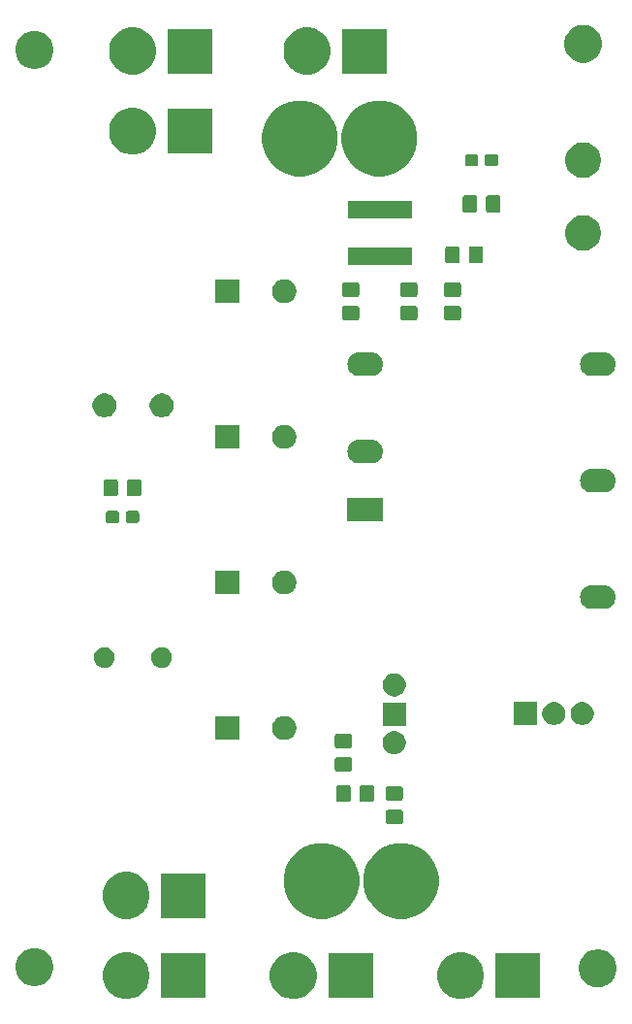
<source format=gbr>
G04 #@! TF.GenerationSoftware,KiCad,Pcbnew,(5.1.0-0)*
G04 #@! TF.CreationDate,2019-04-24T02:20:35-07:00*
G04 #@! TF.ProjectId,power board,706f7765-7220-4626-9f61-72642e6b6963,rev?*
G04 #@! TF.SameCoordinates,Original*
G04 #@! TF.FileFunction,Soldermask,Top*
G04 #@! TF.FilePolarity,Negative*
%FSLAX46Y46*%
G04 Gerber Fmt 4.6, Leading zero omitted, Abs format (unit mm)*
G04 Created by KiCad (PCBNEW (5.1.0-0)) date 2019-04-24 02:20:35*
%MOMM*%
%LPD*%
G04 APERTURE LIST*
%ADD10C,0.100000*%
G04 APERTURE END LIST*
D10*
G36*
X64813254Y-116772818D02*
G01*
X65186511Y-116927426D01*
X65186513Y-116927427D01*
X65381254Y-117057549D01*
X65522436Y-117151884D01*
X65808116Y-117437564D01*
X66032574Y-117773489D01*
X66187182Y-118146746D01*
X66266000Y-118542993D01*
X66266000Y-118947007D01*
X66187182Y-119343254D01*
X66032574Y-119716511D01*
X66032573Y-119716513D01*
X65808116Y-120052436D01*
X65522436Y-120338116D01*
X65186513Y-120562573D01*
X65186512Y-120562574D01*
X65186511Y-120562574D01*
X64813254Y-120717182D01*
X64417007Y-120796000D01*
X64012993Y-120796000D01*
X63616746Y-120717182D01*
X63243489Y-120562574D01*
X63243488Y-120562574D01*
X63243487Y-120562573D01*
X62907564Y-120338116D01*
X62621884Y-120052436D01*
X62397427Y-119716513D01*
X62397426Y-119716511D01*
X62242818Y-119343254D01*
X62164000Y-118947007D01*
X62164000Y-118542993D01*
X62242818Y-118146746D01*
X62397426Y-117773489D01*
X62621884Y-117437564D01*
X62907564Y-117151884D01*
X63048746Y-117057549D01*
X63243487Y-116927427D01*
X63243489Y-116927426D01*
X63616746Y-116772818D01*
X64012993Y-116694000D01*
X64417007Y-116694000D01*
X64813254Y-116772818D01*
X64813254Y-116772818D01*
G37*
G36*
X50208254Y-116772818D02*
G01*
X50581511Y-116927426D01*
X50581513Y-116927427D01*
X50776254Y-117057549D01*
X50917436Y-117151884D01*
X51203116Y-117437564D01*
X51427574Y-117773489D01*
X51582182Y-118146746D01*
X51661000Y-118542993D01*
X51661000Y-118947007D01*
X51582182Y-119343254D01*
X51427574Y-119716511D01*
X51427573Y-119716513D01*
X51203116Y-120052436D01*
X50917436Y-120338116D01*
X50581513Y-120562573D01*
X50581512Y-120562574D01*
X50581511Y-120562574D01*
X50208254Y-120717182D01*
X49812007Y-120796000D01*
X49407993Y-120796000D01*
X49011746Y-120717182D01*
X48638489Y-120562574D01*
X48638488Y-120562574D01*
X48638487Y-120562573D01*
X48302564Y-120338116D01*
X48016884Y-120052436D01*
X47792427Y-119716513D01*
X47792426Y-119716511D01*
X47637818Y-119343254D01*
X47559000Y-118947007D01*
X47559000Y-118542993D01*
X47637818Y-118146746D01*
X47792426Y-117773489D01*
X48016884Y-117437564D01*
X48302564Y-117151884D01*
X48443746Y-117057549D01*
X48638487Y-116927427D01*
X48638489Y-116927426D01*
X49011746Y-116772818D01*
X49407993Y-116694000D01*
X49812007Y-116694000D01*
X50208254Y-116772818D01*
X50208254Y-116772818D01*
G37*
G36*
X35603254Y-116772818D02*
G01*
X35976511Y-116927426D01*
X35976513Y-116927427D01*
X36171254Y-117057549D01*
X36312436Y-117151884D01*
X36598116Y-117437564D01*
X36822574Y-117773489D01*
X36977182Y-118146746D01*
X37056000Y-118542993D01*
X37056000Y-118947007D01*
X36977182Y-119343254D01*
X36822574Y-119716511D01*
X36822573Y-119716513D01*
X36598116Y-120052436D01*
X36312436Y-120338116D01*
X35976513Y-120562573D01*
X35976512Y-120562574D01*
X35976511Y-120562574D01*
X35603254Y-120717182D01*
X35207007Y-120796000D01*
X34802993Y-120796000D01*
X34406746Y-120717182D01*
X34033489Y-120562574D01*
X34033488Y-120562574D01*
X34033487Y-120562573D01*
X33697564Y-120338116D01*
X33411884Y-120052436D01*
X33187427Y-119716513D01*
X33187426Y-119716511D01*
X33032818Y-119343254D01*
X32954000Y-118947007D01*
X32954000Y-118542993D01*
X33032818Y-118146746D01*
X33187426Y-117773489D01*
X33411884Y-117437564D01*
X33697564Y-117151884D01*
X33838746Y-117057549D01*
X34033487Y-116927427D01*
X34033489Y-116927426D01*
X34406746Y-116772818D01*
X34802993Y-116694000D01*
X35207007Y-116694000D01*
X35603254Y-116772818D01*
X35603254Y-116772818D01*
G37*
G36*
X71166000Y-120696000D02*
G01*
X67264000Y-120696000D01*
X67264000Y-116794000D01*
X71166000Y-116794000D01*
X71166000Y-120696000D01*
X71166000Y-120696000D01*
G37*
G36*
X56561000Y-120696000D02*
G01*
X52659000Y-120696000D01*
X52659000Y-116794000D01*
X56561000Y-116794000D01*
X56561000Y-120696000D01*
X56561000Y-120696000D01*
G37*
G36*
X41956000Y-120696000D02*
G01*
X38054000Y-120696000D01*
X38054000Y-116794000D01*
X41956000Y-116794000D01*
X41956000Y-120696000D01*
X41956000Y-120696000D01*
G37*
G36*
X76575256Y-116501298D02*
G01*
X76681579Y-116522447D01*
X76982042Y-116646903D01*
X77252451Y-116827585D01*
X77482415Y-117057549D01*
X77663097Y-117327958D01*
X77787553Y-117628421D01*
X77851000Y-117947391D01*
X77851000Y-118272609D01*
X77787553Y-118591579D01*
X77663097Y-118892042D01*
X77482415Y-119162451D01*
X77252451Y-119392415D01*
X76982042Y-119573097D01*
X76681579Y-119697553D01*
X76575256Y-119718702D01*
X76362611Y-119761000D01*
X76037389Y-119761000D01*
X75824744Y-119718702D01*
X75718421Y-119697553D01*
X75417958Y-119573097D01*
X75147549Y-119392415D01*
X74917585Y-119162451D01*
X74736903Y-118892042D01*
X74612447Y-118591579D01*
X74549000Y-118272609D01*
X74549000Y-117947391D01*
X74612447Y-117628421D01*
X74736903Y-117327958D01*
X74917585Y-117057549D01*
X75147549Y-116827585D01*
X75417958Y-116646903D01*
X75718421Y-116522447D01*
X75824744Y-116501298D01*
X76037389Y-116459000D01*
X76362611Y-116459000D01*
X76575256Y-116501298D01*
X76575256Y-116501298D01*
G37*
G36*
X27375256Y-116391298D02*
G01*
X27481579Y-116412447D01*
X27782042Y-116536903D01*
X28052451Y-116717585D01*
X28282415Y-116947549D01*
X28463097Y-117217958D01*
X28587553Y-117518421D01*
X28651000Y-117837391D01*
X28651000Y-118162609D01*
X28587553Y-118481579D01*
X28463097Y-118782042D01*
X28282415Y-119052451D01*
X28052451Y-119282415D01*
X27782042Y-119463097D01*
X27481579Y-119587553D01*
X27375256Y-119608702D01*
X27162611Y-119651000D01*
X26837389Y-119651000D01*
X26624744Y-119608702D01*
X26518421Y-119587553D01*
X26217958Y-119463097D01*
X25947549Y-119282415D01*
X25717585Y-119052451D01*
X25536903Y-118782042D01*
X25412447Y-118481579D01*
X25349000Y-118162609D01*
X25349000Y-117837391D01*
X25412447Y-117518421D01*
X25536903Y-117217958D01*
X25717585Y-116947549D01*
X25947549Y-116717585D01*
X26217958Y-116536903D01*
X26518421Y-116412447D01*
X26624744Y-116391298D01*
X26837389Y-116349000D01*
X27162611Y-116349000D01*
X27375256Y-116391298D01*
X27375256Y-116391298D01*
G37*
G36*
X35603254Y-109787818D02*
G01*
X35976511Y-109942426D01*
X35976513Y-109942427D01*
X36309435Y-110164879D01*
X36312436Y-110166884D01*
X36598116Y-110452564D01*
X36822574Y-110788489D01*
X36977182Y-111161746D01*
X37056000Y-111557993D01*
X37056000Y-111962007D01*
X36977182Y-112358254D01*
X36879423Y-112594265D01*
X36822573Y-112731513D01*
X36598116Y-113067436D01*
X36312436Y-113353116D01*
X35976513Y-113577573D01*
X35976512Y-113577574D01*
X35976511Y-113577574D01*
X35603254Y-113732182D01*
X35207007Y-113811000D01*
X34802993Y-113811000D01*
X34406746Y-113732182D01*
X34033489Y-113577574D01*
X34033488Y-113577574D01*
X34033487Y-113577573D01*
X33697564Y-113353116D01*
X33411884Y-113067436D01*
X33187427Y-112731513D01*
X33130577Y-112594265D01*
X33032818Y-112358254D01*
X32954000Y-111962007D01*
X32954000Y-111557993D01*
X33032818Y-111161746D01*
X33187426Y-110788489D01*
X33411884Y-110452564D01*
X33697564Y-110166884D01*
X33700565Y-110164879D01*
X34033487Y-109942427D01*
X34033489Y-109942426D01*
X34406746Y-109787818D01*
X34802993Y-109709000D01*
X35207007Y-109709000D01*
X35603254Y-109787818D01*
X35603254Y-109787818D01*
G37*
G36*
X59982865Y-107315855D02*
G01*
X60583608Y-107564691D01*
X60583610Y-107564692D01*
X61124265Y-107925946D01*
X61584054Y-108385735D01*
X61945308Y-108926390D01*
X61945309Y-108926392D01*
X62194145Y-109527135D01*
X62321000Y-110164879D01*
X62321000Y-110815121D01*
X62194145Y-111452865D01*
X62150599Y-111557994D01*
X61945308Y-112053610D01*
X61584054Y-112594265D01*
X61124265Y-113054054D01*
X60583610Y-113415308D01*
X60583609Y-113415309D01*
X60583608Y-113415309D01*
X59982865Y-113664145D01*
X59345121Y-113791000D01*
X58694879Y-113791000D01*
X58057135Y-113664145D01*
X57456392Y-113415309D01*
X57456391Y-113415309D01*
X57456390Y-113415308D01*
X56915735Y-113054054D01*
X56455946Y-112594265D01*
X56094692Y-112053610D01*
X55889401Y-111557994D01*
X55845855Y-111452865D01*
X55719000Y-110815121D01*
X55719000Y-110164879D01*
X55845855Y-109527135D01*
X56094691Y-108926392D01*
X56094692Y-108926390D01*
X56455946Y-108385735D01*
X56915735Y-107925946D01*
X57456390Y-107564692D01*
X57456392Y-107564691D01*
X58057135Y-107315855D01*
X58694879Y-107189000D01*
X59345121Y-107189000D01*
X59982865Y-107315855D01*
X59982865Y-107315855D01*
G37*
G36*
X53032865Y-107315855D02*
G01*
X53633608Y-107564691D01*
X53633610Y-107564692D01*
X54174265Y-107925946D01*
X54634054Y-108385735D01*
X54995308Y-108926390D01*
X54995309Y-108926392D01*
X55244145Y-109527135D01*
X55371000Y-110164879D01*
X55371000Y-110815121D01*
X55244145Y-111452865D01*
X55200599Y-111557994D01*
X54995308Y-112053610D01*
X54634054Y-112594265D01*
X54174265Y-113054054D01*
X53633610Y-113415308D01*
X53633609Y-113415309D01*
X53633608Y-113415309D01*
X53032865Y-113664145D01*
X52395121Y-113791000D01*
X51744879Y-113791000D01*
X51107135Y-113664145D01*
X50506392Y-113415309D01*
X50506391Y-113415309D01*
X50506390Y-113415308D01*
X49965735Y-113054054D01*
X49505946Y-112594265D01*
X49144692Y-112053610D01*
X48939401Y-111557994D01*
X48895855Y-111452865D01*
X48769000Y-110815121D01*
X48769000Y-110164879D01*
X48895855Y-109527135D01*
X49144691Y-108926392D01*
X49144692Y-108926390D01*
X49505946Y-108385735D01*
X49965735Y-107925946D01*
X50506390Y-107564692D01*
X50506392Y-107564691D01*
X51107135Y-107315855D01*
X51744879Y-107189000D01*
X52395121Y-107189000D01*
X53032865Y-107315855D01*
X53032865Y-107315855D01*
G37*
G36*
X41956000Y-113711000D02*
G01*
X38054000Y-113711000D01*
X38054000Y-109809000D01*
X41956000Y-109809000D01*
X41956000Y-113711000D01*
X41956000Y-113711000D01*
G37*
G36*
X59008674Y-104298465D02*
G01*
X59046367Y-104309899D01*
X59081103Y-104328466D01*
X59111548Y-104353452D01*
X59136534Y-104383897D01*
X59155101Y-104418633D01*
X59166535Y-104456326D01*
X59171000Y-104501661D01*
X59171000Y-105338339D01*
X59166535Y-105383674D01*
X59155101Y-105421367D01*
X59136534Y-105456103D01*
X59111548Y-105486548D01*
X59081103Y-105511534D01*
X59046367Y-105530101D01*
X59008674Y-105541535D01*
X58963339Y-105546000D01*
X57876661Y-105546000D01*
X57831326Y-105541535D01*
X57793633Y-105530101D01*
X57758897Y-105511534D01*
X57728452Y-105486548D01*
X57703466Y-105456103D01*
X57684899Y-105421367D01*
X57673465Y-105383674D01*
X57669000Y-105338339D01*
X57669000Y-104501661D01*
X57673465Y-104456326D01*
X57684899Y-104418633D01*
X57703466Y-104383897D01*
X57728452Y-104353452D01*
X57758897Y-104328466D01*
X57793633Y-104309899D01*
X57831326Y-104298465D01*
X57876661Y-104294000D01*
X58963339Y-104294000D01*
X59008674Y-104298465D01*
X59008674Y-104298465D01*
G37*
G36*
X56488674Y-102123465D02*
G01*
X56526367Y-102134899D01*
X56561103Y-102153466D01*
X56591548Y-102178452D01*
X56616534Y-102208897D01*
X56635101Y-102243633D01*
X56646535Y-102281326D01*
X56651000Y-102326661D01*
X56651000Y-103413339D01*
X56646535Y-103458674D01*
X56635101Y-103496367D01*
X56616534Y-103531103D01*
X56591548Y-103561548D01*
X56561103Y-103586534D01*
X56526367Y-103605101D01*
X56488674Y-103616535D01*
X56443339Y-103621000D01*
X55606661Y-103621000D01*
X55561326Y-103616535D01*
X55523633Y-103605101D01*
X55488897Y-103586534D01*
X55458452Y-103561548D01*
X55433466Y-103531103D01*
X55414899Y-103496367D01*
X55403465Y-103458674D01*
X55399000Y-103413339D01*
X55399000Y-102326661D01*
X55403465Y-102281326D01*
X55414899Y-102243633D01*
X55433466Y-102208897D01*
X55458452Y-102178452D01*
X55488897Y-102153466D01*
X55523633Y-102134899D01*
X55561326Y-102123465D01*
X55606661Y-102119000D01*
X56443339Y-102119000D01*
X56488674Y-102123465D01*
X56488674Y-102123465D01*
G37*
G36*
X54438674Y-102123465D02*
G01*
X54476367Y-102134899D01*
X54511103Y-102153466D01*
X54541548Y-102178452D01*
X54566534Y-102208897D01*
X54585101Y-102243633D01*
X54596535Y-102281326D01*
X54601000Y-102326661D01*
X54601000Y-103413339D01*
X54596535Y-103458674D01*
X54585101Y-103496367D01*
X54566534Y-103531103D01*
X54541548Y-103561548D01*
X54511103Y-103586534D01*
X54476367Y-103605101D01*
X54438674Y-103616535D01*
X54393339Y-103621000D01*
X53556661Y-103621000D01*
X53511326Y-103616535D01*
X53473633Y-103605101D01*
X53438897Y-103586534D01*
X53408452Y-103561548D01*
X53383466Y-103531103D01*
X53364899Y-103496367D01*
X53353465Y-103458674D01*
X53349000Y-103413339D01*
X53349000Y-102326661D01*
X53353465Y-102281326D01*
X53364899Y-102243633D01*
X53383466Y-102208897D01*
X53408452Y-102178452D01*
X53438897Y-102153466D01*
X53473633Y-102134899D01*
X53511326Y-102123465D01*
X53556661Y-102119000D01*
X54393339Y-102119000D01*
X54438674Y-102123465D01*
X54438674Y-102123465D01*
G37*
G36*
X59008674Y-102248465D02*
G01*
X59046367Y-102259899D01*
X59081103Y-102278466D01*
X59111548Y-102303452D01*
X59136534Y-102333897D01*
X59155101Y-102368633D01*
X59166535Y-102406326D01*
X59171000Y-102451661D01*
X59171000Y-103288339D01*
X59166535Y-103333674D01*
X59155101Y-103371367D01*
X59136534Y-103406103D01*
X59111548Y-103436548D01*
X59081103Y-103461534D01*
X59046367Y-103480101D01*
X59008674Y-103491535D01*
X58963339Y-103496000D01*
X57876661Y-103496000D01*
X57831326Y-103491535D01*
X57793633Y-103480101D01*
X57758897Y-103461534D01*
X57728452Y-103436548D01*
X57703466Y-103406103D01*
X57684899Y-103371367D01*
X57673465Y-103333674D01*
X57669000Y-103288339D01*
X57669000Y-102451661D01*
X57673465Y-102406326D01*
X57684899Y-102368633D01*
X57703466Y-102333897D01*
X57728452Y-102303452D01*
X57758897Y-102278466D01*
X57793633Y-102259899D01*
X57831326Y-102248465D01*
X57876661Y-102244000D01*
X58963339Y-102244000D01*
X59008674Y-102248465D01*
X59008674Y-102248465D01*
G37*
G36*
X54563674Y-99708465D02*
G01*
X54601367Y-99719899D01*
X54636103Y-99738466D01*
X54666548Y-99763452D01*
X54691534Y-99793897D01*
X54710101Y-99828633D01*
X54721535Y-99866326D01*
X54726000Y-99911661D01*
X54726000Y-100748339D01*
X54721535Y-100793674D01*
X54710101Y-100831367D01*
X54691534Y-100866103D01*
X54666548Y-100896548D01*
X54636103Y-100921534D01*
X54601367Y-100940101D01*
X54563674Y-100951535D01*
X54518339Y-100956000D01*
X53431661Y-100956000D01*
X53386326Y-100951535D01*
X53348633Y-100940101D01*
X53313897Y-100921534D01*
X53283452Y-100896548D01*
X53258466Y-100866103D01*
X53239899Y-100831367D01*
X53228465Y-100793674D01*
X53224000Y-100748339D01*
X53224000Y-99911661D01*
X53228465Y-99866326D01*
X53239899Y-99828633D01*
X53258466Y-99793897D01*
X53283452Y-99763452D01*
X53313897Y-99738466D01*
X53348633Y-99719899D01*
X53386326Y-99708465D01*
X53431661Y-99704000D01*
X54518339Y-99704000D01*
X54563674Y-99708465D01*
X54563674Y-99708465D01*
G37*
G36*
X58648653Y-97444773D02*
G01*
X58713439Y-97457660D01*
X58896520Y-97533494D01*
X59061288Y-97643588D01*
X59201412Y-97783712D01*
X59311506Y-97948480D01*
X59387340Y-98131561D01*
X59426000Y-98325918D01*
X59426000Y-98524082D01*
X59387340Y-98718439D01*
X59311506Y-98901520D01*
X59201412Y-99066288D01*
X59061288Y-99206412D01*
X58896520Y-99316506D01*
X58713439Y-99392340D01*
X58648653Y-99405227D01*
X58519084Y-99431000D01*
X58320916Y-99431000D01*
X58191347Y-99405227D01*
X58126561Y-99392340D01*
X57943480Y-99316506D01*
X57778712Y-99206412D01*
X57638588Y-99066288D01*
X57528494Y-98901520D01*
X57452660Y-98718439D01*
X57414000Y-98524082D01*
X57414000Y-98325918D01*
X57452660Y-98131561D01*
X57528494Y-97948480D01*
X57638588Y-97783712D01*
X57778712Y-97643588D01*
X57943480Y-97533494D01*
X58126561Y-97457660D01*
X58191347Y-97444773D01*
X58320916Y-97419000D01*
X58519084Y-97419000D01*
X58648653Y-97444773D01*
X58648653Y-97444773D01*
G37*
G36*
X54563674Y-97658465D02*
G01*
X54601367Y-97669899D01*
X54636103Y-97688466D01*
X54666548Y-97713452D01*
X54691534Y-97743897D01*
X54710101Y-97778633D01*
X54721535Y-97816326D01*
X54726000Y-97861661D01*
X54726000Y-98698339D01*
X54721535Y-98743674D01*
X54710101Y-98781367D01*
X54691534Y-98816103D01*
X54666548Y-98846548D01*
X54636103Y-98871534D01*
X54601367Y-98890101D01*
X54563674Y-98901535D01*
X54518339Y-98906000D01*
X53431661Y-98906000D01*
X53386326Y-98901535D01*
X53348633Y-98890101D01*
X53313897Y-98871534D01*
X53283452Y-98846548D01*
X53258466Y-98816103D01*
X53239899Y-98781367D01*
X53228465Y-98743674D01*
X53224000Y-98698339D01*
X53224000Y-97861661D01*
X53228465Y-97816326D01*
X53239899Y-97778633D01*
X53258466Y-97743897D01*
X53283452Y-97713452D01*
X53313897Y-97688466D01*
X53348633Y-97669899D01*
X53386326Y-97658465D01*
X53431661Y-97654000D01*
X54518339Y-97654000D01*
X54563674Y-97658465D01*
X54563674Y-97658465D01*
G37*
G36*
X44866000Y-98206000D02*
G01*
X42764000Y-98206000D01*
X42764000Y-96104000D01*
X44866000Y-96104000D01*
X44866000Y-98206000D01*
X44866000Y-98206000D01*
G37*
G36*
X49121564Y-96144389D02*
G01*
X49312833Y-96223615D01*
X49312835Y-96223616D01*
X49484973Y-96338635D01*
X49631365Y-96485027D01*
X49746385Y-96657167D01*
X49825611Y-96848436D01*
X49866000Y-97051484D01*
X49866000Y-97258516D01*
X49825611Y-97461564D01*
X49750214Y-97643588D01*
X49746384Y-97652835D01*
X49631365Y-97824973D01*
X49484973Y-97971365D01*
X49312835Y-98086384D01*
X49312834Y-98086385D01*
X49312833Y-98086385D01*
X49121564Y-98165611D01*
X48918516Y-98206000D01*
X48711484Y-98206000D01*
X48508436Y-98165611D01*
X48317167Y-98086385D01*
X48317166Y-98086385D01*
X48317165Y-98086384D01*
X48145027Y-97971365D01*
X47998635Y-97824973D01*
X47883616Y-97652835D01*
X47879786Y-97643588D01*
X47804389Y-97461564D01*
X47764000Y-97258516D01*
X47764000Y-97051484D01*
X47804389Y-96848436D01*
X47883615Y-96657167D01*
X47998635Y-96485027D01*
X48145027Y-96338635D01*
X48317165Y-96223616D01*
X48317167Y-96223615D01*
X48508436Y-96144389D01*
X48711484Y-96104000D01*
X48918516Y-96104000D01*
X49121564Y-96144389D01*
X49121564Y-96144389D01*
G37*
G36*
X59451400Y-96941800D02*
G01*
X57439400Y-96941800D01*
X57439400Y-94929800D01*
X59451400Y-94929800D01*
X59451400Y-96941800D01*
X59451400Y-96941800D01*
G37*
G36*
X70851000Y-96886000D02*
G01*
X68849000Y-96886000D01*
X68849000Y-94884000D01*
X70851000Y-94884000D01*
X70851000Y-96886000D01*
X70851000Y-96886000D01*
G37*
G36*
X72545285Y-94903234D02*
G01*
X72641981Y-94922468D01*
X72824151Y-94997926D01*
X72988100Y-95107473D01*
X73127527Y-95246900D01*
X73237074Y-95410849D01*
X73312532Y-95593019D01*
X73351000Y-95786410D01*
X73351000Y-95983590D01*
X73312532Y-96176981D01*
X73237074Y-96359151D01*
X73127527Y-96523100D01*
X72988100Y-96662527D01*
X72824151Y-96772074D01*
X72641981Y-96847532D01*
X72448591Y-96886000D01*
X72251409Y-96886000D01*
X72058019Y-96847532D01*
X71875849Y-96772074D01*
X71711900Y-96662527D01*
X71572473Y-96523100D01*
X71462926Y-96359151D01*
X71387468Y-96176981D01*
X71349000Y-95983590D01*
X71349000Y-95786410D01*
X71387468Y-95593019D01*
X71462926Y-95410849D01*
X71572473Y-95246900D01*
X71711900Y-95107473D01*
X71875849Y-94997926D01*
X72058019Y-94922468D01*
X72154715Y-94903234D01*
X72251409Y-94884000D01*
X72448591Y-94884000D01*
X72545285Y-94903234D01*
X72545285Y-94903234D01*
G37*
G36*
X75045285Y-94903234D02*
G01*
X75141981Y-94922468D01*
X75324151Y-94997926D01*
X75488100Y-95107473D01*
X75627527Y-95246900D01*
X75737074Y-95410849D01*
X75812532Y-95593019D01*
X75851000Y-95786410D01*
X75851000Y-95983590D01*
X75812532Y-96176981D01*
X75737074Y-96359151D01*
X75627527Y-96523100D01*
X75488100Y-96662527D01*
X75324151Y-96772074D01*
X75141981Y-96847532D01*
X74948591Y-96886000D01*
X74751409Y-96886000D01*
X74558019Y-96847532D01*
X74375849Y-96772074D01*
X74211900Y-96662527D01*
X74072473Y-96523100D01*
X73962926Y-96359151D01*
X73887468Y-96176981D01*
X73849000Y-95983590D01*
X73849000Y-95786410D01*
X73887468Y-95593019D01*
X73962926Y-95410849D01*
X74072473Y-95246900D01*
X74211900Y-95107473D01*
X74375849Y-94997926D01*
X74558019Y-94922468D01*
X74654715Y-94903234D01*
X74751409Y-94884000D01*
X74948591Y-94884000D01*
X75045285Y-94903234D01*
X75045285Y-94903234D01*
G37*
G36*
X58648653Y-92415573D02*
G01*
X58713439Y-92428460D01*
X58896520Y-92504294D01*
X59061288Y-92614388D01*
X59201412Y-92754512D01*
X59311506Y-92919280D01*
X59387340Y-93102361D01*
X59426000Y-93296718D01*
X59426000Y-93494882D01*
X59387340Y-93689239D01*
X59311506Y-93872320D01*
X59201412Y-94037088D01*
X59061288Y-94177212D01*
X58896520Y-94287306D01*
X58713439Y-94363140D01*
X58648653Y-94376027D01*
X58519084Y-94401800D01*
X58320916Y-94401800D01*
X58191347Y-94376027D01*
X58126561Y-94363140D01*
X57943480Y-94287306D01*
X57778712Y-94177212D01*
X57638588Y-94037088D01*
X57528494Y-93872320D01*
X57452660Y-93689239D01*
X57414000Y-93494882D01*
X57414000Y-93296718D01*
X57452660Y-93102361D01*
X57528494Y-92919280D01*
X57638588Y-92754512D01*
X57778712Y-92614388D01*
X57943480Y-92504294D01*
X58126561Y-92428460D01*
X58191347Y-92415573D01*
X58320916Y-92389800D01*
X58519084Y-92389800D01*
X58648653Y-92415573D01*
X58648653Y-92415573D01*
G37*
G36*
X33213512Y-90103927D02*
G01*
X33362812Y-90133624D01*
X33526784Y-90201544D01*
X33674354Y-90300147D01*
X33799853Y-90425646D01*
X33898456Y-90573216D01*
X33966376Y-90737188D01*
X34001000Y-90911259D01*
X34001000Y-91088741D01*
X33966376Y-91262812D01*
X33898456Y-91426784D01*
X33799853Y-91574354D01*
X33674354Y-91699853D01*
X33526784Y-91798456D01*
X33362812Y-91866376D01*
X33213512Y-91896073D01*
X33188742Y-91901000D01*
X33011258Y-91901000D01*
X32986488Y-91896073D01*
X32837188Y-91866376D01*
X32673216Y-91798456D01*
X32525646Y-91699853D01*
X32400147Y-91574354D01*
X32301544Y-91426784D01*
X32233624Y-91262812D01*
X32199000Y-91088741D01*
X32199000Y-90911259D01*
X32233624Y-90737188D01*
X32301544Y-90573216D01*
X32400147Y-90425646D01*
X32525646Y-90300147D01*
X32673216Y-90201544D01*
X32837188Y-90133624D01*
X32986488Y-90103927D01*
X33011258Y-90099000D01*
X33188742Y-90099000D01*
X33213512Y-90103927D01*
X33213512Y-90103927D01*
G37*
G36*
X38213512Y-90103927D02*
G01*
X38362812Y-90133624D01*
X38526784Y-90201544D01*
X38674354Y-90300147D01*
X38799853Y-90425646D01*
X38898456Y-90573216D01*
X38966376Y-90737188D01*
X39001000Y-90911259D01*
X39001000Y-91088741D01*
X38966376Y-91262812D01*
X38898456Y-91426784D01*
X38799853Y-91574354D01*
X38674354Y-91699853D01*
X38526784Y-91798456D01*
X38362812Y-91866376D01*
X38213512Y-91896073D01*
X38188742Y-91901000D01*
X38011258Y-91901000D01*
X37986488Y-91896073D01*
X37837188Y-91866376D01*
X37673216Y-91798456D01*
X37525646Y-91699853D01*
X37400147Y-91574354D01*
X37301544Y-91426784D01*
X37233624Y-91262812D01*
X37199000Y-91088741D01*
X37199000Y-90911259D01*
X37233624Y-90737188D01*
X37301544Y-90573216D01*
X37400147Y-90425646D01*
X37525646Y-90300147D01*
X37673216Y-90201544D01*
X37837188Y-90133624D01*
X37986488Y-90103927D01*
X38011258Y-90099000D01*
X38188742Y-90099000D01*
X38213512Y-90103927D01*
X38213512Y-90103927D01*
G37*
G36*
X76803097Y-84679069D02*
G01*
X76906032Y-84689207D01*
X77104146Y-84749305D01*
X77104149Y-84749306D01*
X77200975Y-84801061D01*
X77286729Y-84846897D01*
X77446765Y-84978235D01*
X77578103Y-85138271D01*
X77623939Y-85224025D01*
X77675694Y-85320851D01*
X77675695Y-85320854D01*
X77735793Y-85518968D01*
X77756085Y-85725000D01*
X77735793Y-85931032D01*
X77675695Y-86129146D01*
X77675694Y-86129149D01*
X77623939Y-86225975D01*
X77578103Y-86311729D01*
X77446765Y-86471765D01*
X77286729Y-86603103D01*
X77200975Y-86648939D01*
X77104149Y-86700694D01*
X77104146Y-86700695D01*
X76906032Y-86760793D01*
X76803097Y-86770931D01*
X76751631Y-86776000D01*
X75648369Y-86776000D01*
X75596903Y-86770931D01*
X75493968Y-86760793D01*
X75295854Y-86700695D01*
X75295851Y-86700694D01*
X75199025Y-86648939D01*
X75113271Y-86603103D01*
X74953235Y-86471765D01*
X74821897Y-86311729D01*
X74776061Y-86225975D01*
X74724306Y-86129149D01*
X74724305Y-86129146D01*
X74664207Y-85931032D01*
X74643915Y-85725000D01*
X74664207Y-85518968D01*
X74724305Y-85320854D01*
X74724306Y-85320851D01*
X74776061Y-85224025D01*
X74821897Y-85138271D01*
X74953235Y-84978235D01*
X75113271Y-84846897D01*
X75199025Y-84801061D01*
X75295851Y-84749306D01*
X75295854Y-84749305D01*
X75493968Y-84689207D01*
X75596903Y-84679069D01*
X75648369Y-84674000D01*
X76751631Y-84674000D01*
X76803097Y-84679069D01*
X76803097Y-84679069D01*
G37*
G36*
X49121564Y-83444389D02*
G01*
X49312833Y-83523615D01*
X49312835Y-83523616D01*
X49484973Y-83638635D01*
X49631365Y-83785027D01*
X49746385Y-83957167D01*
X49825611Y-84148436D01*
X49866000Y-84351484D01*
X49866000Y-84558516D01*
X49825611Y-84761564D01*
X49790265Y-84846897D01*
X49746384Y-84952835D01*
X49631365Y-85124973D01*
X49484973Y-85271365D01*
X49312835Y-85386384D01*
X49312834Y-85386385D01*
X49312833Y-85386385D01*
X49121564Y-85465611D01*
X48918516Y-85506000D01*
X48711484Y-85506000D01*
X48508436Y-85465611D01*
X48317167Y-85386385D01*
X48317166Y-85386385D01*
X48317165Y-85386384D01*
X48145027Y-85271365D01*
X47998635Y-85124973D01*
X47883616Y-84952835D01*
X47839735Y-84846897D01*
X47804389Y-84761564D01*
X47764000Y-84558516D01*
X47764000Y-84351484D01*
X47804389Y-84148436D01*
X47883615Y-83957167D01*
X47998635Y-83785027D01*
X48145027Y-83638635D01*
X48317165Y-83523616D01*
X48317167Y-83523615D01*
X48508436Y-83444389D01*
X48711484Y-83404000D01*
X48918516Y-83404000D01*
X49121564Y-83444389D01*
X49121564Y-83444389D01*
G37*
G36*
X44866000Y-85506000D02*
G01*
X42764000Y-85506000D01*
X42764000Y-83404000D01*
X44866000Y-83404000D01*
X44866000Y-85506000D01*
X44866000Y-85506000D01*
G37*
G36*
X34224499Y-78218445D02*
G01*
X34261995Y-78229820D01*
X34296554Y-78248292D01*
X34326847Y-78273153D01*
X34351708Y-78303446D01*
X34370180Y-78338005D01*
X34381555Y-78375501D01*
X34386000Y-78420638D01*
X34386000Y-79059362D01*
X34381555Y-79104499D01*
X34370180Y-79141995D01*
X34351708Y-79176554D01*
X34326847Y-79206847D01*
X34296554Y-79231708D01*
X34261995Y-79250180D01*
X34224499Y-79261555D01*
X34179362Y-79266000D01*
X33440638Y-79266000D01*
X33395501Y-79261555D01*
X33358005Y-79250180D01*
X33323446Y-79231708D01*
X33293153Y-79206847D01*
X33268292Y-79176554D01*
X33249820Y-79141995D01*
X33238445Y-79104499D01*
X33234000Y-79059362D01*
X33234000Y-78420638D01*
X33238445Y-78375501D01*
X33249820Y-78338005D01*
X33268292Y-78303446D01*
X33293153Y-78273153D01*
X33323446Y-78248292D01*
X33358005Y-78229820D01*
X33395501Y-78218445D01*
X33440638Y-78214000D01*
X34179362Y-78214000D01*
X34224499Y-78218445D01*
X34224499Y-78218445D01*
G37*
G36*
X35974499Y-78218445D02*
G01*
X36011995Y-78229820D01*
X36046554Y-78248292D01*
X36076847Y-78273153D01*
X36101708Y-78303446D01*
X36120180Y-78338005D01*
X36131555Y-78375501D01*
X36136000Y-78420638D01*
X36136000Y-79059362D01*
X36131555Y-79104499D01*
X36120180Y-79141995D01*
X36101708Y-79176554D01*
X36076847Y-79206847D01*
X36046554Y-79231708D01*
X36011995Y-79250180D01*
X35974499Y-79261555D01*
X35929362Y-79266000D01*
X35190638Y-79266000D01*
X35145501Y-79261555D01*
X35108005Y-79250180D01*
X35073446Y-79231708D01*
X35043153Y-79206847D01*
X35018292Y-79176554D01*
X34999820Y-79141995D01*
X34988445Y-79104499D01*
X34984000Y-79059362D01*
X34984000Y-78420638D01*
X34988445Y-78375501D01*
X34999820Y-78338005D01*
X35018292Y-78303446D01*
X35043153Y-78273153D01*
X35073446Y-78248292D01*
X35108005Y-78229820D01*
X35145501Y-78218445D01*
X35190638Y-78214000D01*
X35929362Y-78214000D01*
X35974499Y-78218445D01*
X35974499Y-78218445D01*
G37*
G36*
X57431000Y-79156000D02*
G01*
X54329000Y-79156000D01*
X54329000Y-77054000D01*
X57431000Y-77054000D01*
X57431000Y-79156000D01*
X57431000Y-79156000D01*
G37*
G36*
X36168674Y-75453465D02*
G01*
X36206367Y-75464899D01*
X36241103Y-75483466D01*
X36271548Y-75508452D01*
X36296534Y-75538897D01*
X36315101Y-75573633D01*
X36326535Y-75611326D01*
X36331000Y-75656661D01*
X36331000Y-76743339D01*
X36326535Y-76788674D01*
X36315101Y-76826367D01*
X36296534Y-76861103D01*
X36271548Y-76891548D01*
X36241103Y-76916534D01*
X36206367Y-76935101D01*
X36168674Y-76946535D01*
X36123339Y-76951000D01*
X35286661Y-76951000D01*
X35241326Y-76946535D01*
X35203633Y-76935101D01*
X35168897Y-76916534D01*
X35138452Y-76891548D01*
X35113466Y-76861103D01*
X35094899Y-76826367D01*
X35083465Y-76788674D01*
X35079000Y-76743339D01*
X35079000Y-75656661D01*
X35083465Y-75611326D01*
X35094899Y-75573633D01*
X35113466Y-75538897D01*
X35138452Y-75508452D01*
X35168897Y-75483466D01*
X35203633Y-75464899D01*
X35241326Y-75453465D01*
X35286661Y-75449000D01*
X36123339Y-75449000D01*
X36168674Y-75453465D01*
X36168674Y-75453465D01*
G37*
G36*
X34118674Y-75453465D02*
G01*
X34156367Y-75464899D01*
X34191103Y-75483466D01*
X34221548Y-75508452D01*
X34246534Y-75538897D01*
X34265101Y-75573633D01*
X34276535Y-75611326D01*
X34281000Y-75656661D01*
X34281000Y-76743339D01*
X34276535Y-76788674D01*
X34265101Y-76826367D01*
X34246534Y-76861103D01*
X34221548Y-76891548D01*
X34191103Y-76916534D01*
X34156367Y-76935101D01*
X34118674Y-76946535D01*
X34073339Y-76951000D01*
X33236661Y-76951000D01*
X33191326Y-76946535D01*
X33153633Y-76935101D01*
X33118897Y-76916534D01*
X33088452Y-76891548D01*
X33063466Y-76861103D01*
X33044899Y-76826367D01*
X33033465Y-76788674D01*
X33029000Y-76743339D01*
X33029000Y-75656661D01*
X33033465Y-75611326D01*
X33044899Y-75573633D01*
X33063466Y-75538897D01*
X33088452Y-75508452D01*
X33118897Y-75483466D01*
X33153633Y-75464899D01*
X33191326Y-75453465D01*
X33236661Y-75449000D01*
X34073339Y-75449000D01*
X34118674Y-75453465D01*
X34118674Y-75453465D01*
G37*
G36*
X76803097Y-74519069D02*
G01*
X76906032Y-74529207D01*
X77104146Y-74589305D01*
X77104149Y-74589306D01*
X77200975Y-74641061D01*
X77286729Y-74686897D01*
X77446765Y-74818235D01*
X77578103Y-74978271D01*
X77623939Y-75064025D01*
X77675694Y-75160851D01*
X77675695Y-75160854D01*
X77735793Y-75358968D01*
X77756085Y-75565000D01*
X77735793Y-75771032D01*
X77675695Y-75969146D01*
X77675694Y-75969149D01*
X77623939Y-76065975D01*
X77578103Y-76151729D01*
X77446765Y-76311765D01*
X77286729Y-76443103D01*
X77200975Y-76488939D01*
X77104149Y-76540694D01*
X77104146Y-76540695D01*
X76906032Y-76600793D01*
X76803097Y-76610931D01*
X76751631Y-76616000D01*
X75648369Y-76616000D01*
X75596903Y-76610931D01*
X75493968Y-76600793D01*
X75295854Y-76540695D01*
X75295851Y-76540694D01*
X75199025Y-76488939D01*
X75113271Y-76443103D01*
X74953235Y-76311765D01*
X74821897Y-76151729D01*
X74776061Y-76065975D01*
X74724306Y-75969149D01*
X74724305Y-75969146D01*
X74664207Y-75771032D01*
X74643915Y-75565000D01*
X74664207Y-75358968D01*
X74724305Y-75160854D01*
X74724306Y-75160851D01*
X74776061Y-75064025D01*
X74821897Y-74978271D01*
X74953235Y-74818235D01*
X75113271Y-74686897D01*
X75199025Y-74641061D01*
X75295851Y-74589306D01*
X75295854Y-74589305D01*
X75493968Y-74529207D01*
X75596903Y-74519069D01*
X75648369Y-74514000D01*
X76751631Y-74514000D01*
X76803097Y-74519069D01*
X76803097Y-74519069D01*
G37*
G36*
X56483097Y-71979069D02*
G01*
X56586032Y-71989207D01*
X56784146Y-72049305D01*
X56784149Y-72049306D01*
X56880975Y-72101061D01*
X56966729Y-72146897D01*
X57126765Y-72278235D01*
X57258103Y-72438271D01*
X57303939Y-72524025D01*
X57355694Y-72620851D01*
X57355695Y-72620854D01*
X57415793Y-72818968D01*
X57436085Y-73025000D01*
X57415793Y-73231032D01*
X57355695Y-73429146D01*
X57355694Y-73429149D01*
X57303939Y-73525975D01*
X57258103Y-73611729D01*
X57126765Y-73771765D01*
X56966729Y-73903103D01*
X56880975Y-73948939D01*
X56784149Y-74000694D01*
X56784146Y-74000695D01*
X56586032Y-74060793D01*
X56483097Y-74070931D01*
X56431631Y-74076000D01*
X55328369Y-74076000D01*
X55276903Y-74070931D01*
X55173968Y-74060793D01*
X54975854Y-74000695D01*
X54975851Y-74000694D01*
X54879025Y-73948939D01*
X54793271Y-73903103D01*
X54633235Y-73771765D01*
X54501897Y-73611729D01*
X54456061Y-73525975D01*
X54404306Y-73429149D01*
X54404305Y-73429146D01*
X54344207Y-73231032D01*
X54323915Y-73025000D01*
X54344207Y-72818968D01*
X54404305Y-72620854D01*
X54404306Y-72620851D01*
X54456061Y-72524025D01*
X54501897Y-72438271D01*
X54633235Y-72278235D01*
X54793271Y-72146897D01*
X54879025Y-72101061D01*
X54975851Y-72049306D01*
X54975854Y-72049305D01*
X55173968Y-71989207D01*
X55276903Y-71979069D01*
X55328369Y-71974000D01*
X56431631Y-71974000D01*
X56483097Y-71979069D01*
X56483097Y-71979069D01*
G37*
G36*
X44866000Y-72806000D02*
G01*
X42764000Y-72806000D01*
X42764000Y-70704000D01*
X44866000Y-70704000D01*
X44866000Y-72806000D01*
X44866000Y-72806000D01*
G37*
G36*
X49121564Y-70744389D02*
G01*
X49312833Y-70823615D01*
X49312835Y-70823616D01*
X49484973Y-70938635D01*
X49631365Y-71085027D01*
X49746385Y-71257167D01*
X49825611Y-71448436D01*
X49866000Y-71651484D01*
X49866000Y-71858516D01*
X49825611Y-72061564D01*
X49790265Y-72146897D01*
X49746384Y-72252835D01*
X49631365Y-72424973D01*
X49484973Y-72571365D01*
X49312835Y-72686384D01*
X49312834Y-72686385D01*
X49312833Y-72686385D01*
X49121564Y-72765611D01*
X48918516Y-72806000D01*
X48711484Y-72806000D01*
X48508436Y-72765611D01*
X48317167Y-72686385D01*
X48317166Y-72686385D01*
X48317165Y-72686384D01*
X48145027Y-72571365D01*
X47998635Y-72424973D01*
X47883616Y-72252835D01*
X47839735Y-72146897D01*
X47804389Y-72061564D01*
X47764000Y-71858516D01*
X47764000Y-71651484D01*
X47804389Y-71448436D01*
X47883615Y-71257167D01*
X47998635Y-71085027D01*
X48145027Y-70938635D01*
X48317165Y-70823616D01*
X48317167Y-70823615D01*
X48508436Y-70744389D01*
X48711484Y-70704000D01*
X48918516Y-70704000D01*
X49121564Y-70744389D01*
X49121564Y-70744389D01*
G37*
G36*
X33406564Y-67989389D02*
G01*
X33597833Y-68068615D01*
X33597835Y-68068616D01*
X33769973Y-68183635D01*
X33916365Y-68330027D01*
X34031385Y-68502167D01*
X34110611Y-68693436D01*
X34151000Y-68896484D01*
X34151000Y-69103516D01*
X34110611Y-69306564D01*
X34031385Y-69497833D01*
X34031384Y-69497835D01*
X33916365Y-69669973D01*
X33769973Y-69816365D01*
X33597835Y-69931384D01*
X33597834Y-69931385D01*
X33597833Y-69931385D01*
X33406564Y-70010611D01*
X33203516Y-70051000D01*
X32996484Y-70051000D01*
X32793436Y-70010611D01*
X32602167Y-69931385D01*
X32602166Y-69931385D01*
X32602165Y-69931384D01*
X32430027Y-69816365D01*
X32283635Y-69669973D01*
X32168616Y-69497835D01*
X32168615Y-69497833D01*
X32089389Y-69306564D01*
X32049000Y-69103516D01*
X32049000Y-68896484D01*
X32089389Y-68693436D01*
X32168615Y-68502167D01*
X32283635Y-68330027D01*
X32430027Y-68183635D01*
X32602165Y-68068616D01*
X32602167Y-68068615D01*
X32793436Y-67989389D01*
X32996484Y-67949000D01*
X33203516Y-67949000D01*
X33406564Y-67989389D01*
X33406564Y-67989389D01*
G37*
G36*
X38406564Y-67989389D02*
G01*
X38597833Y-68068615D01*
X38597835Y-68068616D01*
X38769973Y-68183635D01*
X38916365Y-68330027D01*
X39031385Y-68502167D01*
X39110611Y-68693436D01*
X39151000Y-68896484D01*
X39151000Y-69103516D01*
X39110611Y-69306564D01*
X39031385Y-69497833D01*
X39031384Y-69497835D01*
X38916365Y-69669973D01*
X38769973Y-69816365D01*
X38597835Y-69931384D01*
X38597834Y-69931385D01*
X38597833Y-69931385D01*
X38406564Y-70010611D01*
X38203516Y-70051000D01*
X37996484Y-70051000D01*
X37793436Y-70010611D01*
X37602167Y-69931385D01*
X37602166Y-69931385D01*
X37602165Y-69931384D01*
X37430027Y-69816365D01*
X37283635Y-69669973D01*
X37168616Y-69497835D01*
X37168615Y-69497833D01*
X37089389Y-69306564D01*
X37049000Y-69103516D01*
X37049000Y-68896484D01*
X37089389Y-68693436D01*
X37168615Y-68502167D01*
X37283635Y-68330027D01*
X37430027Y-68183635D01*
X37602165Y-68068616D01*
X37602167Y-68068615D01*
X37793436Y-67989389D01*
X37996484Y-67949000D01*
X38203516Y-67949000D01*
X38406564Y-67989389D01*
X38406564Y-67989389D01*
G37*
G36*
X76803097Y-64359069D02*
G01*
X76906032Y-64369207D01*
X77104146Y-64429305D01*
X77104149Y-64429306D01*
X77200975Y-64481061D01*
X77286729Y-64526897D01*
X77446765Y-64658235D01*
X77578103Y-64818271D01*
X77623939Y-64904025D01*
X77675694Y-65000851D01*
X77675695Y-65000854D01*
X77735793Y-65198968D01*
X77756085Y-65405000D01*
X77735793Y-65611032D01*
X77675695Y-65809146D01*
X77675694Y-65809149D01*
X77623939Y-65905975D01*
X77578103Y-65991729D01*
X77446765Y-66151765D01*
X77286729Y-66283103D01*
X77200975Y-66328939D01*
X77104149Y-66380694D01*
X77104146Y-66380695D01*
X76906032Y-66440793D01*
X76803097Y-66450931D01*
X76751631Y-66456000D01*
X75648369Y-66456000D01*
X75596903Y-66450931D01*
X75493968Y-66440793D01*
X75295854Y-66380695D01*
X75295851Y-66380694D01*
X75199025Y-66328939D01*
X75113271Y-66283103D01*
X74953235Y-66151765D01*
X74821897Y-65991729D01*
X74776061Y-65905975D01*
X74724306Y-65809149D01*
X74724305Y-65809146D01*
X74664207Y-65611032D01*
X74643915Y-65405000D01*
X74664207Y-65198968D01*
X74724305Y-65000854D01*
X74724306Y-65000851D01*
X74776061Y-64904025D01*
X74821897Y-64818271D01*
X74953235Y-64658235D01*
X75113271Y-64526897D01*
X75199025Y-64481061D01*
X75295851Y-64429306D01*
X75295854Y-64429305D01*
X75493968Y-64369207D01*
X75596903Y-64359069D01*
X75648369Y-64354000D01*
X76751631Y-64354000D01*
X76803097Y-64359069D01*
X76803097Y-64359069D01*
G37*
G36*
X56483097Y-64359069D02*
G01*
X56586032Y-64369207D01*
X56784146Y-64429305D01*
X56784149Y-64429306D01*
X56880975Y-64481061D01*
X56966729Y-64526897D01*
X57126765Y-64658235D01*
X57258103Y-64818271D01*
X57303939Y-64904025D01*
X57355694Y-65000851D01*
X57355695Y-65000854D01*
X57415793Y-65198968D01*
X57436085Y-65405000D01*
X57415793Y-65611032D01*
X57355695Y-65809146D01*
X57355694Y-65809149D01*
X57303939Y-65905975D01*
X57258103Y-65991729D01*
X57126765Y-66151765D01*
X56966729Y-66283103D01*
X56880975Y-66328939D01*
X56784149Y-66380694D01*
X56784146Y-66380695D01*
X56586032Y-66440793D01*
X56483097Y-66450931D01*
X56431631Y-66456000D01*
X55328369Y-66456000D01*
X55276903Y-66450931D01*
X55173968Y-66440793D01*
X54975854Y-66380695D01*
X54975851Y-66380694D01*
X54879025Y-66328939D01*
X54793271Y-66283103D01*
X54633235Y-66151765D01*
X54501897Y-65991729D01*
X54456061Y-65905975D01*
X54404306Y-65809149D01*
X54404305Y-65809146D01*
X54344207Y-65611032D01*
X54323915Y-65405000D01*
X54344207Y-65198968D01*
X54404305Y-65000854D01*
X54404306Y-65000851D01*
X54456061Y-64904025D01*
X54501897Y-64818271D01*
X54633235Y-64658235D01*
X54793271Y-64526897D01*
X54879025Y-64481061D01*
X54975851Y-64429306D01*
X54975854Y-64429305D01*
X55173968Y-64369207D01*
X55276903Y-64359069D01*
X55328369Y-64354000D01*
X56431631Y-64354000D01*
X56483097Y-64359069D01*
X56483097Y-64359069D01*
G37*
G36*
X60278674Y-60338465D02*
G01*
X60316367Y-60349899D01*
X60351103Y-60368466D01*
X60381548Y-60393452D01*
X60406534Y-60423897D01*
X60425101Y-60458633D01*
X60436535Y-60496326D01*
X60441000Y-60541661D01*
X60441000Y-61378339D01*
X60436535Y-61423674D01*
X60425101Y-61461367D01*
X60406534Y-61496103D01*
X60381548Y-61526548D01*
X60351103Y-61551534D01*
X60316367Y-61570101D01*
X60278674Y-61581535D01*
X60233339Y-61586000D01*
X59146661Y-61586000D01*
X59101326Y-61581535D01*
X59063633Y-61570101D01*
X59028897Y-61551534D01*
X58998452Y-61526548D01*
X58973466Y-61496103D01*
X58954899Y-61461367D01*
X58943465Y-61423674D01*
X58939000Y-61378339D01*
X58939000Y-60541661D01*
X58943465Y-60496326D01*
X58954899Y-60458633D01*
X58973466Y-60423897D01*
X58998452Y-60393452D01*
X59028897Y-60368466D01*
X59063633Y-60349899D01*
X59101326Y-60338465D01*
X59146661Y-60334000D01*
X60233339Y-60334000D01*
X60278674Y-60338465D01*
X60278674Y-60338465D01*
G37*
G36*
X64088674Y-60338465D02*
G01*
X64126367Y-60349899D01*
X64161103Y-60368466D01*
X64191548Y-60393452D01*
X64216534Y-60423897D01*
X64235101Y-60458633D01*
X64246535Y-60496326D01*
X64251000Y-60541661D01*
X64251000Y-61378339D01*
X64246535Y-61423674D01*
X64235101Y-61461367D01*
X64216534Y-61496103D01*
X64191548Y-61526548D01*
X64161103Y-61551534D01*
X64126367Y-61570101D01*
X64088674Y-61581535D01*
X64043339Y-61586000D01*
X62956661Y-61586000D01*
X62911326Y-61581535D01*
X62873633Y-61570101D01*
X62838897Y-61551534D01*
X62808452Y-61526548D01*
X62783466Y-61496103D01*
X62764899Y-61461367D01*
X62753465Y-61423674D01*
X62749000Y-61378339D01*
X62749000Y-60541661D01*
X62753465Y-60496326D01*
X62764899Y-60458633D01*
X62783466Y-60423897D01*
X62808452Y-60393452D01*
X62838897Y-60368466D01*
X62873633Y-60349899D01*
X62911326Y-60338465D01*
X62956661Y-60334000D01*
X64043339Y-60334000D01*
X64088674Y-60338465D01*
X64088674Y-60338465D01*
G37*
G36*
X55198674Y-60338465D02*
G01*
X55236367Y-60349899D01*
X55271103Y-60368466D01*
X55301548Y-60393452D01*
X55326534Y-60423897D01*
X55345101Y-60458633D01*
X55356535Y-60496326D01*
X55361000Y-60541661D01*
X55361000Y-61378339D01*
X55356535Y-61423674D01*
X55345101Y-61461367D01*
X55326534Y-61496103D01*
X55301548Y-61526548D01*
X55271103Y-61551534D01*
X55236367Y-61570101D01*
X55198674Y-61581535D01*
X55153339Y-61586000D01*
X54066661Y-61586000D01*
X54021326Y-61581535D01*
X53983633Y-61570101D01*
X53948897Y-61551534D01*
X53918452Y-61526548D01*
X53893466Y-61496103D01*
X53874899Y-61461367D01*
X53863465Y-61423674D01*
X53859000Y-61378339D01*
X53859000Y-60541661D01*
X53863465Y-60496326D01*
X53874899Y-60458633D01*
X53893466Y-60423897D01*
X53918452Y-60393452D01*
X53948897Y-60368466D01*
X53983633Y-60349899D01*
X54021326Y-60338465D01*
X54066661Y-60334000D01*
X55153339Y-60334000D01*
X55198674Y-60338465D01*
X55198674Y-60338465D01*
G37*
G36*
X49121564Y-58044389D02*
G01*
X49312833Y-58123615D01*
X49312835Y-58123616D01*
X49484973Y-58238635D01*
X49631365Y-58385027D01*
X49702616Y-58491661D01*
X49746385Y-58557167D01*
X49825611Y-58748436D01*
X49866000Y-58951484D01*
X49866000Y-59158516D01*
X49825611Y-59361564D01*
X49761939Y-59515282D01*
X49746384Y-59552835D01*
X49631365Y-59724973D01*
X49484973Y-59871365D01*
X49312835Y-59986384D01*
X49312834Y-59986385D01*
X49312833Y-59986385D01*
X49121564Y-60065611D01*
X48918516Y-60106000D01*
X48711484Y-60106000D01*
X48508436Y-60065611D01*
X48317167Y-59986385D01*
X48317166Y-59986385D01*
X48317165Y-59986384D01*
X48145027Y-59871365D01*
X47998635Y-59724973D01*
X47883616Y-59552835D01*
X47868061Y-59515282D01*
X47804389Y-59361564D01*
X47764000Y-59158516D01*
X47764000Y-58951484D01*
X47804389Y-58748436D01*
X47883615Y-58557167D01*
X47927385Y-58491661D01*
X47998635Y-58385027D01*
X48145027Y-58238635D01*
X48317165Y-58123616D01*
X48317167Y-58123615D01*
X48508436Y-58044389D01*
X48711484Y-58004000D01*
X48918516Y-58004000D01*
X49121564Y-58044389D01*
X49121564Y-58044389D01*
G37*
G36*
X44866000Y-60106000D02*
G01*
X42764000Y-60106000D01*
X42764000Y-58004000D01*
X44866000Y-58004000D01*
X44866000Y-60106000D01*
X44866000Y-60106000D01*
G37*
G36*
X64088674Y-58288465D02*
G01*
X64126367Y-58299899D01*
X64161103Y-58318466D01*
X64191548Y-58343452D01*
X64216534Y-58373897D01*
X64235101Y-58408633D01*
X64246535Y-58446326D01*
X64251000Y-58491661D01*
X64251000Y-59328339D01*
X64246535Y-59373674D01*
X64235101Y-59411367D01*
X64216534Y-59446103D01*
X64191548Y-59476548D01*
X64161103Y-59501534D01*
X64126367Y-59520101D01*
X64088674Y-59531535D01*
X64043339Y-59536000D01*
X62956661Y-59536000D01*
X62911326Y-59531535D01*
X62873633Y-59520101D01*
X62838897Y-59501534D01*
X62808452Y-59476548D01*
X62783466Y-59446103D01*
X62764899Y-59411367D01*
X62753465Y-59373674D01*
X62749000Y-59328339D01*
X62749000Y-58491661D01*
X62753465Y-58446326D01*
X62764899Y-58408633D01*
X62783466Y-58373897D01*
X62808452Y-58343452D01*
X62838897Y-58318466D01*
X62873633Y-58299899D01*
X62911326Y-58288465D01*
X62956661Y-58284000D01*
X64043339Y-58284000D01*
X64088674Y-58288465D01*
X64088674Y-58288465D01*
G37*
G36*
X60278674Y-58288465D02*
G01*
X60316367Y-58299899D01*
X60351103Y-58318466D01*
X60381548Y-58343452D01*
X60406534Y-58373897D01*
X60425101Y-58408633D01*
X60436535Y-58446326D01*
X60441000Y-58491661D01*
X60441000Y-59328339D01*
X60436535Y-59373674D01*
X60425101Y-59411367D01*
X60406534Y-59446103D01*
X60381548Y-59476548D01*
X60351103Y-59501534D01*
X60316367Y-59520101D01*
X60278674Y-59531535D01*
X60233339Y-59536000D01*
X59146661Y-59536000D01*
X59101326Y-59531535D01*
X59063633Y-59520101D01*
X59028897Y-59501534D01*
X58998452Y-59476548D01*
X58973466Y-59446103D01*
X58954899Y-59411367D01*
X58943465Y-59373674D01*
X58939000Y-59328339D01*
X58939000Y-58491661D01*
X58943465Y-58446326D01*
X58954899Y-58408633D01*
X58973466Y-58373897D01*
X58998452Y-58343452D01*
X59028897Y-58318466D01*
X59063633Y-58299899D01*
X59101326Y-58288465D01*
X59146661Y-58284000D01*
X60233339Y-58284000D01*
X60278674Y-58288465D01*
X60278674Y-58288465D01*
G37*
G36*
X55198674Y-58288465D02*
G01*
X55236367Y-58299899D01*
X55271103Y-58318466D01*
X55301548Y-58343452D01*
X55326534Y-58373897D01*
X55345101Y-58408633D01*
X55356535Y-58446326D01*
X55361000Y-58491661D01*
X55361000Y-59328339D01*
X55356535Y-59373674D01*
X55345101Y-59411367D01*
X55326534Y-59446103D01*
X55301548Y-59476548D01*
X55271103Y-59501534D01*
X55236367Y-59520101D01*
X55198674Y-59531535D01*
X55153339Y-59536000D01*
X54066661Y-59536000D01*
X54021326Y-59531535D01*
X53983633Y-59520101D01*
X53948897Y-59501534D01*
X53918452Y-59476548D01*
X53893466Y-59446103D01*
X53874899Y-59411367D01*
X53863465Y-59373674D01*
X53859000Y-59328339D01*
X53859000Y-58491661D01*
X53863465Y-58446326D01*
X53874899Y-58408633D01*
X53893466Y-58373897D01*
X53918452Y-58343452D01*
X53948897Y-58318466D01*
X53983633Y-58299899D01*
X54021326Y-58288465D01*
X54066661Y-58284000D01*
X55153339Y-58284000D01*
X55198674Y-58288465D01*
X55198674Y-58288465D01*
G37*
G36*
X59951000Y-56761000D02*
G01*
X54349000Y-56761000D01*
X54349000Y-55229000D01*
X59951000Y-55229000D01*
X59951000Y-56761000D01*
X59951000Y-56761000D01*
G37*
G36*
X66013674Y-55133465D02*
G01*
X66051367Y-55144899D01*
X66086103Y-55163466D01*
X66116548Y-55188452D01*
X66141534Y-55218897D01*
X66160101Y-55253633D01*
X66171535Y-55291326D01*
X66176000Y-55336661D01*
X66176000Y-56423339D01*
X66171535Y-56468674D01*
X66160101Y-56506367D01*
X66141534Y-56541103D01*
X66116548Y-56571548D01*
X66086103Y-56596534D01*
X66051367Y-56615101D01*
X66013674Y-56626535D01*
X65968339Y-56631000D01*
X65131661Y-56631000D01*
X65086326Y-56626535D01*
X65048633Y-56615101D01*
X65013897Y-56596534D01*
X64983452Y-56571548D01*
X64958466Y-56541103D01*
X64939899Y-56506367D01*
X64928465Y-56468674D01*
X64924000Y-56423339D01*
X64924000Y-55336661D01*
X64928465Y-55291326D01*
X64939899Y-55253633D01*
X64958466Y-55218897D01*
X64983452Y-55188452D01*
X65013897Y-55163466D01*
X65048633Y-55144899D01*
X65086326Y-55133465D01*
X65131661Y-55129000D01*
X65968339Y-55129000D01*
X66013674Y-55133465D01*
X66013674Y-55133465D01*
G37*
G36*
X63963674Y-55133465D02*
G01*
X64001367Y-55144899D01*
X64036103Y-55163466D01*
X64066548Y-55188452D01*
X64091534Y-55218897D01*
X64110101Y-55253633D01*
X64121535Y-55291326D01*
X64126000Y-55336661D01*
X64126000Y-56423339D01*
X64121535Y-56468674D01*
X64110101Y-56506367D01*
X64091534Y-56541103D01*
X64066548Y-56571548D01*
X64036103Y-56596534D01*
X64001367Y-56615101D01*
X63963674Y-56626535D01*
X63918339Y-56631000D01*
X63081661Y-56631000D01*
X63036326Y-56626535D01*
X62998633Y-56615101D01*
X62963897Y-56596534D01*
X62933452Y-56571548D01*
X62908466Y-56541103D01*
X62889899Y-56506367D01*
X62878465Y-56468674D01*
X62874000Y-56423339D01*
X62874000Y-55336661D01*
X62878465Y-55291326D01*
X62889899Y-55253633D01*
X62908466Y-55218897D01*
X62933452Y-55188452D01*
X62963897Y-55163466D01*
X62998633Y-55144899D01*
X63036326Y-55133465D01*
X63081661Y-55129000D01*
X63918339Y-55129000D01*
X63963674Y-55133465D01*
X63963674Y-55133465D01*
G37*
G36*
X75232585Y-52453802D02*
G01*
X75382410Y-52483604D01*
X75664674Y-52600521D01*
X75918705Y-52770259D01*
X76134741Y-52986295D01*
X76304479Y-53240326D01*
X76421396Y-53522590D01*
X76481000Y-53822240D01*
X76481000Y-54127760D01*
X76421396Y-54427410D01*
X76304479Y-54709674D01*
X76134741Y-54963705D01*
X75918705Y-55179741D01*
X75664674Y-55349479D01*
X75382410Y-55466396D01*
X75232585Y-55496198D01*
X75082761Y-55526000D01*
X74777239Y-55526000D01*
X74627415Y-55496198D01*
X74477590Y-55466396D01*
X74195326Y-55349479D01*
X73941295Y-55179741D01*
X73725259Y-54963705D01*
X73555521Y-54709674D01*
X73438604Y-54427410D01*
X73379000Y-54127760D01*
X73379000Y-53822240D01*
X73438604Y-53522590D01*
X73555521Y-53240326D01*
X73725259Y-52986295D01*
X73941295Y-52770259D01*
X74195326Y-52600521D01*
X74477590Y-52483604D01*
X74627415Y-52453802D01*
X74777239Y-52424000D01*
X75082761Y-52424000D01*
X75232585Y-52453802D01*
X75232585Y-52453802D01*
G37*
G36*
X59951000Y-52721000D02*
G01*
X54349000Y-52721000D01*
X54349000Y-51189000D01*
X59951000Y-51189000D01*
X59951000Y-52721000D01*
X59951000Y-52721000D01*
G37*
G36*
X65478674Y-50688465D02*
G01*
X65516367Y-50699899D01*
X65551103Y-50718466D01*
X65581548Y-50743452D01*
X65606534Y-50773897D01*
X65625101Y-50808633D01*
X65636535Y-50846326D01*
X65641000Y-50891661D01*
X65641000Y-51978339D01*
X65636535Y-52023674D01*
X65625101Y-52061367D01*
X65606534Y-52096103D01*
X65581548Y-52126548D01*
X65551103Y-52151534D01*
X65516367Y-52170101D01*
X65478674Y-52181535D01*
X65433339Y-52186000D01*
X64596661Y-52186000D01*
X64551326Y-52181535D01*
X64513633Y-52170101D01*
X64478897Y-52151534D01*
X64448452Y-52126548D01*
X64423466Y-52096103D01*
X64404899Y-52061367D01*
X64393465Y-52023674D01*
X64389000Y-51978339D01*
X64389000Y-50891661D01*
X64393465Y-50846326D01*
X64404899Y-50808633D01*
X64423466Y-50773897D01*
X64448452Y-50743452D01*
X64478897Y-50718466D01*
X64513633Y-50699899D01*
X64551326Y-50688465D01*
X64596661Y-50684000D01*
X65433339Y-50684000D01*
X65478674Y-50688465D01*
X65478674Y-50688465D01*
G37*
G36*
X67528674Y-50688465D02*
G01*
X67566367Y-50699899D01*
X67601103Y-50718466D01*
X67631548Y-50743452D01*
X67656534Y-50773897D01*
X67675101Y-50808633D01*
X67686535Y-50846326D01*
X67691000Y-50891661D01*
X67691000Y-51978339D01*
X67686535Y-52023674D01*
X67675101Y-52061367D01*
X67656534Y-52096103D01*
X67631548Y-52126548D01*
X67601103Y-52151534D01*
X67566367Y-52170101D01*
X67528674Y-52181535D01*
X67483339Y-52186000D01*
X66646661Y-52186000D01*
X66601326Y-52181535D01*
X66563633Y-52170101D01*
X66528897Y-52151534D01*
X66498452Y-52126548D01*
X66473466Y-52096103D01*
X66454899Y-52061367D01*
X66443465Y-52023674D01*
X66439000Y-51978339D01*
X66439000Y-50891661D01*
X66443465Y-50846326D01*
X66454899Y-50808633D01*
X66473466Y-50773897D01*
X66498452Y-50743452D01*
X66528897Y-50718466D01*
X66563633Y-50699899D01*
X66601326Y-50688465D01*
X66646661Y-50684000D01*
X67483339Y-50684000D01*
X67528674Y-50688465D01*
X67528674Y-50688465D01*
G37*
G36*
X75232585Y-46103802D02*
G01*
X75382410Y-46133604D01*
X75664674Y-46250521D01*
X75918705Y-46420259D01*
X76134741Y-46636295D01*
X76304479Y-46890326D01*
X76421396Y-47172590D01*
X76481000Y-47472240D01*
X76481000Y-47777760D01*
X76421396Y-48077410D01*
X76304479Y-48359674D01*
X76134741Y-48613705D01*
X75918705Y-48829741D01*
X75664674Y-48999479D01*
X75382410Y-49116396D01*
X75232585Y-49146198D01*
X75082761Y-49176000D01*
X74777239Y-49176000D01*
X74627415Y-49146198D01*
X74477590Y-49116396D01*
X74195326Y-48999479D01*
X73941295Y-48829741D01*
X73725259Y-48613705D01*
X73555521Y-48359674D01*
X73438604Y-48077410D01*
X73379000Y-47777760D01*
X73379000Y-47472240D01*
X73438604Y-47172590D01*
X73555521Y-46890326D01*
X73725259Y-46636295D01*
X73941295Y-46420259D01*
X74195326Y-46250521D01*
X74477590Y-46133604D01*
X74627415Y-46103802D01*
X74777239Y-46074000D01*
X75082761Y-46074000D01*
X75232585Y-46103802D01*
X75232585Y-46103802D01*
G37*
G36*
X58077865Y-42545855D02*
G01*
X58678608Y-42794691D01*
X58678610Y-42794692D01*
X59219265Y-43155946D01*
X59679054Y-43615735D01*
X60011641Y-44113487D01*
X60040309Y-44156392D01*
X60289145Y-44757135D01*
X60416000Y-45394879D01*
X60416000Y-46045121D01*
X60289145Y-46682865D01*
X60049880Y-47260501D01*
X60040308Y-47283610D01*
X59679054Y-47824265D01*
X59219265Y-48284054D01*
X58678610Y-48645308D01*
X58678609Y-48645309D01*
X58678608Y-48645309D01*
X58077865Y-48894145D01*
X57440121Y-49021000D01*
X56789879Y-49021000D01*
X56152135Y-48894145D01*
X55551392Y-48645309D01*
X55551391Y-48645309D01*
X55551390Y-48645308D01*
X55010735Y-48284054D01*
X54550946Y-47824265D01*
X54189692Y-47283610D01*
X54180120Y-47260501D01*
X53940855Y-46682865D01*
X53814000Y-46045121D01*
X53814000Y-45394879D01*
X53940855Y-44757135D01*
X54189691Y-44156392D01*
X54218359Y-44113487D01*
X54550946Y-43615735D01*
X55010735Y-43155946D01*
X55551390Y-42794692D01*
X55551392Y-42794691D01*
X56152135Y-42545855D01*
X56789879Y-42419000D01*
X57440121Y-42419000D01*
X58077865Y-42545855D01*
X58077865Y-42545855D01*
G37*
G36*
X51127865Y-42545855D02*
G01*
X51728608Y-42794691D01*
X51728610Y-42794692D01*
X52269265Y-43155946D01*
X52729054Y-43615735D01*
X53061641Y-44113487D01*
X53090309Y-44156392D01*
X53339145Y-44757135D01*
X53466000Y-45394879D01*
X53466000Y-46045121D01*
X53339145Y-46682865D01*
X53099880Y-47260501D01*
X53090308Y-47283610D01*
X52729054Y-47824265D01*
X52269265Y-48284054D01*
X51728610Y-48645308D01*
X51728609Y-48645309D01*
X51728608Y-48645309D01*
X51127865Y-48894145D01*
X50490121Y-49021000D01*
X49839879Y-49021000D01*
X49202135Y-48894145D01*
X48601392Y-48645309D01*
X48601391Y-48645309D01*
X48601390Y-48645308D01*
X48060735Y-48284054D01*
X47600946Y-47824265D01*
X47239692Y-47283610D01*
X47230120Y-47260501D01*
X46990855Y-46682865D01*
X46864000Y-46045121D01*
X46864000Y-45394879D01*
X46990855Y-44757135D01*
X47239691Y-44156392D01*
X47268359Y-44113487D01*
X47600946Y-43615735D01*
X48060735Y-43155946D01*
X48601390Y-42794692D01*
X48601392Y-42794691D01*
X49202135Y-42545855D01*
X49839879Y-42419000D01*
X50490121Y-42419000D01*
X51127865Y-42545855D01*
X51127865Y-42545855D01*
G37*
G36*
X67329499Y-47103445D02*
G01*
X67366995Y-47114820D01*
X67401554Y-47133292D01*
X67431847Y-47158153D01*
X67456708Y-47188446D01*
X67475180Y-47223005D01*
X67486555Y-47260501D01*
X67491000Y-47305638D01*
X67491000Y-47944362D01*
X67486555Y-47989499D01*
X67475180Y-48026995D01*
X67456708Y-48061554D01*
X67431847Y-48091847D01*
X67401554Y-48116708D01*
X67366995Y-48135180D01*
X67329499Y-48146555D01*
X67284362Y-48151000D01*
X66545638Y-48151000D01*
X66500501Y-48146555D01*
X66463005Y-48135180D01*
X66428446Y-48116708D01*
X66398153Y-48091847D01*
X66373292Y-48061554D01*
X66354820Y-48026995D01*
X66343445Y-47989499D01*
X66339000Y-47944362D01*
X66339000Y-47305638D01*
X66343445Y-47260501D01*
X66354820Y-47223005D01*
X66373292Y-47188446D01*
X66398153Y-47158153D01*
X66428446Y-47133292D01*
X66463005Y-47114820D01*
X66500501Y-47103445D01*
X66545638Y-47099000D01*
X67284362Y-47099000D01*
X67329499Y-47103445D01*
X67329499Y-47103445D01*
G37*
G36*
X65579499Y-47103445D02*
G01*
X65616995Y-47114820D01*
X65651554Y-47133292D01*
X65681847Y-47158153D01*
X65706708Y-47188446D01*
X65725180Y-47223005D01*
X65736555Y-47260501D01*
X65741000Y-47305638D01*
X65741000Y-47944362D01*
X65736555Y-47989499D01*
X65725180Y-48026995D01*
X65706708Y-48061554D01*
X65681847Y-48091847D01*
X65651554Y-48116708D01*
X65616995Y-48135180D01*
X65579499Y-48146555D01*
X65534362Y-48151000D01*
X64795638Y-48151000D01*
X64750501Y-48146555D01*
X64713005Y-48135180D01*
X64678446Y-48116708D01*
X64648153Y-48091847D01*
X64623292Y-48061554D01*
X64604820Y-48026995D01*
X64593445Y-47989499D01*
X64589000Y-47944362D01*
X64589000Y-47305638D01*
X64593445Y-47260501D01*
X64604820Y-47223005D01*
X64623292Y-47188446D01*
X64648153Y-47158153D01*
X64678446Y-47133292D01*
X64713005Y-47114820D01*
X64750501Y-47103445D01*
X64795638Y-47099000D01*
X65534362Y-47099000D01*
X65579499Y-47103445D01*
X65579499Y-47103445D01*
G37*
G36*
X36158254Y-43112818D02*
G01*
X36531511Y-43267426D01*
X36531513Y-43267427D01*
X36867436Y-43491884D01*
X37153116Y-43777564D01*
X37377574Y-44113489D01*
X37532182Y-44486746D01*
X37611000Y-44882993D01*
X37611000Y-45287007D01*
X37532182Y-45683254D01*
X37382292Y-46045120D01*
X37377573Y-46056513D01*
X37153116Y-46392436D01*
X36867436Y-46678116D01*
X36531513Y-46902573D01*
X36531512Y-46902574D01*
X36531511Y-46902574D01*
X36158254Y-47057182D01*
X35762007Y-47136000D01*
X35357993Y-47136000D01*
X34961746Y-47057182D01*
X34588489Y-46902574D01*
X34588488Y-46902574D01*
X34588487Y-46902573D01*
X34252564Y-46678116D01*
X33966884Y-46392436D01*
X33742427Y-46056513D01*
X33737708Y-46045120D01*
X33587818Y-45683254D01*
X33509000Y-45287007D01*
X33509000Y-44882993D01*
X33587818Y-44486746D01*
X33742426Y-44113489D01*
X33966884Y-43777564D01*
X34252564Y-43491884D01*
X34588487Y-43267427D01*
X34588489Y-43267426D01*
X34961746Y-43112818D01*
X35357993Y-43034000D01*
X35762007Y-43034000D01*
X36158254Y-43112818D01*
X36158254Y-43112818D01*
G37*
G36*
X42511000Y-47036000D02*
G01*
X38609000Y-47036000D01*
X38609000Y-43134000D01*
X42511000Y-43134000D01*
X42511000Y-47036000D01*
X42511000Y-47036000D01*
G37*
G36*
X36158254Y-36127818D02*
G01*
X36531511Y-36282426D01*
X36531513Y-36282427D01*
X36631146Y-36349000D01*
X36867436Y-36506884D01*
X37153116Y-36792564D01*
X37377574Y-37128489D01*
X37532182Y-37501746D01*
X37611000Y-37897993D01*
X37611000Y-38302007D01*
X37532182Y-38698254D01*
X37377574Y-39071511D01*
X37377573Y-39071513D01*
X37153116Y-39407436D01*
X36867436Y-39693116D01*
X36531513Y-39917573D01*
X36531512Y-39917574D01*
X36531511Y-39917574D01*
X36158254Y-40072182D01*
X35762007Y-40151000D01*
X35357993Y-40151000D01*
X34961746Y-40072182D01*
X34588489Y-39917574D01*
X34588488Y-39917574D01*
X34588487Y-39917573D01*
X34252564Y-39693116D01*
X33966884Y-39407436D01*
X33742427Y-39071513D01*
X33742426Y-39071511D01*
X33587818Y-38698254D01*
X33509000Y-38302007D01*
X33509000Y-37897993D01*
X33587818Y-37501746D01*
X33742426Y-37128489D01*
X33966884Y-36792564D01*
X34252564Y-36506884D01*
X34488854Y-36349000D01*
X34588487Y-36282427D01*
X34588489Y-36282426D01*
X34961746Y-36127818D01*
X35357993Y-36049000D01*
X35762007Y-36049000D01*
X36158254Y-36127818D01*
X36158254Y-36127818D01*
G37*
G36*
X51398254Y-36127818D02*
G01*
X51771511Y-36282426D01*
X51771513Y-36282427D01*
X51871146Y-36349000D01*
X52107436Y-36506884D01*
X52393116Y-36792564D01*
X52617574Y-37128489D01*
X52772182Y-37501746D01*
X52851000Y-37897993D01*
X52851000Y-38302007D01*
X52772182Y-38698254D01*
X52617574Y-39071511D01*
X52617573Y-39071513D01*
X52393116Y-39407436D01*
X52107436Y-39693116D01*
X51771513Y-39917573D01*
X51771512Y-39917574D01*
X51771511Y-39917574D01*
X51398254Y-40072182D01*
X51002007Y-40151000D01*
X50597993Y-40151000D01*
X50201746Y-40072182D01*
X49828489Y-39917574D01*
X49828488Y-39917574D01*
X49828487Y-39917573D01*
X49492564Y-39693116D01*
X49206884Y-39407436D01*
X48982427Y-39071513D01*
X48982426Y-39071511D01*
X48827818Y-38698254D01*
X48749000Y-38302007D01*
X48749000Y-37897993D01*
X48827818Y-37501746D01*
X48982426Y-37128489D01*
X49206884Y-36792564D01*
X49492564Y-36506884D01*
X49728854Y-36349000D01*
X49828487Y-36282427D01*
X49828489Y-36282426D01*
X50201746Y-36127818D01*
X50597993Y-36049000D01*
X51002007Y-36049000D01*
X51398254Y-36127818D01*
X51398254Y-36127818D01*
G37*
G36*
X57751000Y-40051000D02*
G01*
X53849000Y-40051000D01*
X53849000Y-36149000D01*
X57751000Y-36149000D01*
X57751000Y-40051000D01*
X57751000Y-40051000D01*
G37*
G36*
X42511000Y-40051000D02*
G01*
X38609000Y-40051000D01*
X38609000Y-36149000D01*
X42511000Y-36149000D01*
X42511000Y-40051000D01*
X42511000Y-40051000D01*
G37*
G36*
X27375256Y-36391298D02*
G01*
X27481579Y-36412447D01*
X27782042Y-36536903D01*
X28052451Y-36717585D01*
X28282415Y-36947549D01*
X28463097Y-37217958D01*
X28587553Y-37518421D01*
X28651000Y-37837391D01*
X28651000Y-38162609D01*
X28587553Y-38481579D01*
X28463097Y-38782042D01*
X28282415Y-39052451D01*
X28052451Y-39282415D01*
X27782042Y-39463097D01*
X27481579Y-39587553D01*
X27375256Y-39608702D01*
X27162611Y-39651000D01*
X26837389Y-39651000D01*
X26624744Y-39608702D01*
X26518421Y-39587553D01*
X26217958Y-39463097D01*
X25947549Y-39282415D01*
X25717585Y-39052451D01*
X25536903Y-38782042D01*
X25412447Y-38481579D01*
X25349000Y-38162609D01*
X25349000Y-37837391D01*
X25412447Y-37518421D01*
X25536903Y-37217958D01*
X25717585Y-36947549D01*
X25947549Y-36717585D01*
X26217958Y-36536903D01*
X26518421Y-36412447D01*
X26624744Y-36391298D01*
X26837389Y-36349000D01*
X27162611Y-36349000D01*
X27375256Y-36391298D01*
X27375256Y-36391298D01*
G37*
G36*
X75305256Y-35856298D02*
G01*
X75411579Y-35877447D01*
X75712042Y-36001903D01*
X75982451Y-36182585D01*
X76212415Y-36412549D01*
X76393097Y-36682958D01*
X76517553Y-36983421D01*
X76581000Y-37302391D01*
X76581000Y-37627609D01*
X76517553Y-37946579D01*
X76393097Y-38247042D01*
X76212415Y-38517451D01*
X75982451Y-38747415D01*
X75712042Y-38928097D01*
X75411579Y-39052553D01*
X75305256Y-39073702D01*
X75092611Y-39116000D01*
X74767389Y-39116000D01*
X74554744Y-39073702D01*
X74448421Y-39052553D01*
X74147958Y-38928097D01*
X73877549Y-38747415D01*
X73647585Y-38517451D01*
X73466903Y-38247042D01*
X73342447Y-37946579D01*
X73279000Y-37627609D01*
X73279000Y-37302391D01*
X73342447Y-36983421D01*
X73466903Y-36682958D01*
X73647585Y-36412549D01*
X73877549Y-36182585D01*
X74147958Y-36001903D01*
X74448421Y-35877447D01*
X74554744Y-35856298D01*
X74767389Y-35814000D01*
X75092611Y-35814000D01*
X75305256Y-35856298D01*
X75305256Y-35856298D01*
G37*
M02*

</source>
